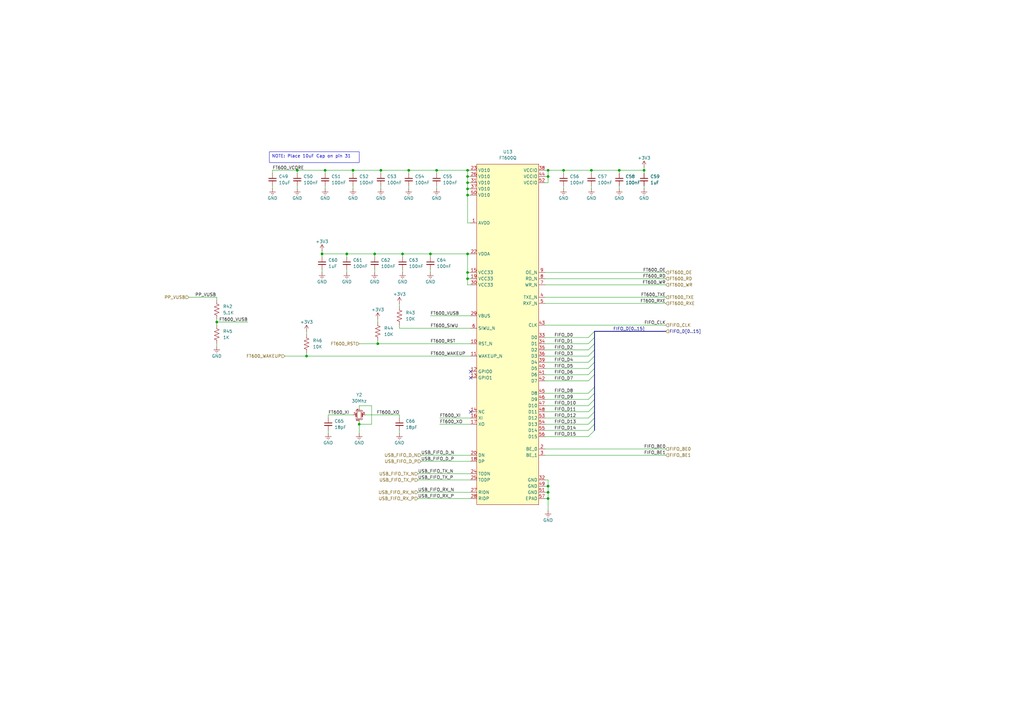
<source format=kicad_sch>
(kicad_sch (version 20231120) (generator "eeschema") (generator_version "8.0")
  (paper "A3")
  (title_block (title "USB-FIFO") (date "2024-07-14") (rev "1.0") (company "Drexel University") (comment 1 "Designed by John Hofmeyr"))
  (lib_symbols
    (symbol "Device:C_Small" (pin_numbers hide) (pin_names (offset 0.254) hide)
      (property "Reference" "C" (at 0.254 1.778 0))
      (property "Value" "C_Small" (at 0.254 -2.032 0))
      (symbol "C_Small_0_1"
        (polyline (pts (xy -1.524 -0.508) (xy 1.524 -0.508)) (stroke (width 0.3302)))
        (polyline (pts (xy -1.524 0.508) (xy 1.524 0.508)) (stroke (width 0.3048)))
      )
      (symbol "C_Small_1_1"
        (pin passive line (at 0 2.54 270) (length 2.032) (name "~") (number "1"))
        (pin passive line (at 0 -2.54 90) (length 2.032) (name "~") (number "2"))
      )
    )
    (symbol "Device:Crystal_GND24_Small" (pin_names (offset 1.016) hide)
      (property "Reference" "Y" (at 1.27 4.445 0))
      (property "Value" "Crystal_GND24_Small" (at 1.27 2.54 0))
      (symbol "Crystal_GND24_Small_0_1"
        (rectangle (start -0.762 -1.524) (end 0.762 1.524))
        (polyline (pts (xy -1.27 -0.762) (xy -1.27 0.762)) (stroke (width 0.381)))
        (polyline (pts (xy 1.27 -0.762) (xy 1.27 0.762)) (stroke (width 0.381)))
        (polyline (pts (xy -1.27 -1.27) (xy -1.27 -1.905) (xy 1.27 -1.905) (xy 1.27 -1.27)))
        (polyline (pts (xy -1.27 1.27) (xy -1.27 1.905) (xy 1.27 1.905) (xy 1.27 1.27)))
      )
      (symbol "Crystal_GND24_Small_1_1"
        (pin passive line (at -2.54 0 0) (length 1.27) (name "1") (number "1"))
        (pin passive line (at 0 -2.54 90) (length 0.635) (name "2") (number "2"))
        (pin passive line (at 2.54 0 180) (length 1.27) (name "3") (number "3"))
        (pin passive line (at 0 2.54 270) (length 0.635) (name "4") (number "4"))
      )
    )
    (symbol "Device:R_US" (pin_numbers hide) (pin_names (offset 0))
      (property "Reference" "R" (at 2.54 0 90))
      (property "Value" "R_US" (at -2.54 0 90))
      (symbol "R_US_0_1"
        (polyline (pts (xy 0 -2.286) (xy 0 -2.54)))
        (polyline (pts (xy 0 2.286) (xy 0 2.54)))
        (polyline (pts (xy 0 -0.762) (xy 1.016 -1.143) (xy 0 -1.524) (xy -1.016 -1.905) (xy 0 -2.286)))
        (polyline (pts (xy 0 0.762) (xy 1.016 0.381) (xy 0 0) (xy -1.016 -0.381) (xy 0 -0.762)))
        (polyline (pts (xy 0 2.286) (xy 1.016 1.905) (xy 0 1.524) (xy -1.016 1.143) (xy 0 0.762)))
      )
      (symbol "R_US_1_1"
        (pin passive line (at 0 3.81 270) (length 1.27) (name "~") (number "1"))
        (pin passive line (at 0 -3.81 90) (length 1.27) (name "~") (number "2"))
      )
    )
    (symbol "IO_Module:FT600Q"
      (property "Reference" "U" (at 12.7 3.81 0))
      (property "Value" "FT600Q" (at 12.7 1.27 0))
      (symbol "FT600Q_1_1"
        (rectangle (start 0 0) (end 25.4 -139.7) (fill (type background)))
        (pin passive line (at -2.54 -24.13 0) (length 2.54) (name "AVDD") (number "1"))
        (pin passive line (at -2.54 -73.66 0) (length 2.54) (name "RST_N") (number "10"))
        (pin passive line (at -2.54 -78.74 0) (length 2.54) (name "WAKEUP_N") (number "11"))
        (pin passive line (at -2.54 -85.09 0) (length 2.54) (name "GPIO0") (number "12"))
        (pin passive line (at -2.54 -87.63 0) (length 2.54) (name "GPIO1") (number "13"))
        (pin passive line (at -2.54 -101.6 0) (length 2.54) (name "NC") (number "14"))
        (pin passive line (at -2.54 -44.45 0) (length 2.54) (name "VCC33") (number "15"))
        (pin passive line (at -2.54 -104.14 0) (length 2.54) (name "XI") (number "16"))
        (pin passive line (at -2.54 -106.68 0) (length 2.54) (name "XO") (number "17"))
        (pin passive line (at -2.54 -121.92 0) (length 2.54) (name "DP") (number "18"))
        (pin passive line (at -2.54 -46.99 0) (length 2.54) (name "VCC33") (number "19"))
        (pin passive line (at 27.94 -116.84 180) (length 2.54) (name "BE_0") (number "2"))
        (pin passive line (at -2.54 -119.38 0) (length 2.54) (name "DN") (number "20"))
        (pin passive line (at -2.54 -36.83 0) (length 2.54) (name "VDDA") (number "22"))
        (pin passive line (at -2.54 -2.54 0) (length 2.54) (name "VD10") (number "23"))
        (pin passive line (at -2.54 -127 0) (length 2.54) (name "TODN") (number "24"))
        (pin passive line (at -2.54 -129.54 0) (length 2.54) (name "TODP") (number "25"))
        (pin passive line (at -2.54 -5.08 0) (length 2.54) (name "VD10") (number "26"))
        (pin passive line (at -2.54 -134.62 0) (length 2.54) (name "RIDN") (number "27"))
        (pin passive line (at -2.54 -137.16 0) (length 2.54) (name "RIDP") (number "28"))
        (pin passive line (at -2.54 -62.23 0) (length 2.54) (name "VBUS") (number "29"))
        (pin passive line (at 27.94 -119.38 180) (length 2.54) (name "BE_1") (number "3"))
        (pin passive line (at -2.54 -49.53 0) (length 2.54) (name "VCC33") (number "30"))
        (pin passive line (at -2.54 -7.62 0) (length 2.54) (name "VD10") (number "31"))
        (pin passive line (at 27.94 -129.54 180) (length 2.54) (name "GND") (number "32"))
        (pin passive line (at 27.94 -71.12 180) (length 2.54) (name "D0") (number "33"))
        (pin passive line (at 27.94 -73.66 180) (length 2.54) (name "D1") (number "34"))
        (pin passive line (at 27.94 -76.2 180) (length 2.54) (name "D2") (number "35"))
        (pin passive line (at 27.94 -78.74 180) (length 2.54) (name "D3") (number "36"))
        (pin passive line (at -2.54 -10.16 0) (length 2.54) (name "VD10") (number "37"))
        (pin passive line (at 27.94 -2.54 180) (length 2.54) (name "VCCIO") (number "38"))
        (pin passive line (at 27.94 -81.28 180) (length 2.54) (name "D4") (number "39"))
        (pin passive line (at 27.94 -54.61 180) (length 2.54) (name "TXE_N") (number "4"))
        (pin passive line (at 27.94 -83.82 180) (length 2.54) (name "D5") (number "40"))
        (pin passive line (at 27.94 -86.36 180) (length 2.54) (name "D6") (number "41"))
        (pin passive line (at 27.94 -88.9 180) (length 2.54) (name "D7") (number "42"))
        (pin passive line (at 27.94 -66.04 180) (length 2.54) (name "CLK") (number "43"))
        (pin passive line (at 27.94 -5.08 180) (length 2.54) (name "VCCIO") (number "44"))
        (pin passive line (at 27.94 -93.98 180) (length 2.54) (name "D8") (number "45"))
        (pin passive line (at 27.94 -96.52 180) (length 2.54) (name "D9") (number "46"))
        (pin passive line (at 27.94 -99.06 180) (length 2.54) (name "D10") (number "47"))
        (pin passive line (at 27.94 -101.6 180) (length 2.54) (name "D11") (number "48"))
        (pin passive line (at 27.94 -132.08 180) (length 2.54) (name "GND") (number "49"))
        (pin passive line (at 27.94 -57.15 180) (length 2.54) (name "RXF_N") (number "5"))
        (pin passive line (at -2.54 -12.7 0) (length 2.54) (name "VD10") (number "50"))
        (pin passive line (at 27.94 -134.62 180) (length 2.54) (name "GND") (number "51"))
        (pin passive line (at 27.94 -7.62 180) (length 2.54) (name "VCCIO") (number "52"))
        (pin passive line (at 27.94 -104.14 180) (length 2.54) (name "D12") (number "53"))
        (pin passive line (at 27.94 -106.68 180) (length 2.54) (name "D13") (number "54"))
        (pin passive line (at 27.94 -109.22 180) (length 2.54) (name "D14") (number "55"))
        (pin passive line (at 27.94 -111.76 180) (length 2.54) (name "D15") (number "56"))
        (pin passive line (at 27.94 -137.16 180) (length 2.54) (name "EPAD") (number "57"))
        (pin passive line (at -2.54 -67.31 0) (length 2.54) (name "SIWU_N") (number "6"))
        (pin passive line (at 27.94 -49.53 180) (length 2.54) (name "WR_N") (number "7"))
        (pin passive line (at 27.94 -46.99 180) (length 2.54) (name "RD_N") (number "8"))
        (pin passive line (at 27.94 -44.45 180) (length 2.54) (name "OE_N") (number "9"))
      )
    )
    (symbol "power:+3V3" (power) (pin_numbers hide) (pin_names (offset 0) hide)
      (property "Value" "+3V3" (at 0 3.556 0))
      (symbol "+3V3_0_1"
        (polyline (pts (xy -0.762 1.27) (xy 0 2.54)))
        (polyline (pts (xy 0 0) (xy 0 2.54)))
        (polyline (pts (xy 0 2.54) (xy 0.762 1.27)))
      )
      (symbol "+3V3_1_1"
        (pin power_in line (at 0 0 90) (length 0) (name "~") (number "1"))
      )
    )
    (symbol "power:GND" (power) (pin_numbers hide) (pin_names (offset 0) hide)
      (property "Value" "GND" (at 0 -3.81 0))
      (symbol "GND_0_1"
        (polyline (pts (xy -0.635 -1.905) (xy 0.635 -1.905)))
        (polyline (pts (xy -0.127 -2.54) (xy 0.127 -2.54)))
        (polyline (pts (xy 0 -1.27) (xy 0 0)))
        (polyline (pts (xy 1.27 -1.27) (xy -1.27 -1.27)))
      )
      (symbol "GND_1_1"
        (pin power_in line (at 0 0 270) (length 0) (name "~") (number "1"))
      )
    )
  )
  (junction (at 167.64 69.85))
  (junction (at 142.24 104.14))
  (junction (at 88.9 132.08))
  (junction (at 121.92 69.85))
  (junction (at 191.77 80.01))
  (junction (at 224.79 199.39))
  (junction (at 191.77 72.39))
  (junction (at 191.77 77.47))
  (junction (at 264.16 69.85))
  (junction (at 191.77 69.85))
  (junction (at 144.78 69.85))
  (junction (at 224.79 72.39))
  (junction (at 133.35 69.85))
  (junction (at 224.79 204.47))
  (junction (at 191.77 114.3))
  (junction (at 154.94 140.97))
  (junction (at 224.79 201.93))
  (junction (at 156.21 69.85))
  (junction (at 191.77 74.93))
  (junction (at 254 69.85))
  (junction (at 179.07 69.85))
  (junction (at 224.79 69.85))
  (junction (at 191.77 111.76))
  (junction (at 242.57 69.85))
  (junction (at 231.14 69.85))
  (junction (at 176.53 104.14))
  (junction (at 147.32 173.99))
  (junction (at 132.08 104.14))
  (junction (at 125.73 146.05))
  (junction (at 191.77 104.14))
  (junction (at 165.1 104.14))
  (junction (at 153.67 104.14))
  (no_connect (at 193.04 152.4))
  (no_connect (at 193.04 168.91))
  (no_connect (at 193.04 154.94))
  (bus_entry (at 241.3 138.43) (size 2.54 -2.54))
  (bus_entry (at 241.3 148.59) (size 2.54 -2.54))
  (bus_entry (at 241.3 140.97) (size 2.54 -2.54))
  (bus_entry (at 241.3 168.91) (size 2.54 -2.54))
  (bus_entry (at 241.3 161.29) (size 2.54 -2.54))
  (bus_entry (at 241.3 146.05) (size 2.54 -2.54))
  (bus_entry (at 241.3 179.07) (size 2.54 -2.54))
  (bus_entry (at 241.3 151.13) (size 2.54 -2.54))
  (bus_entry (at 241.3 163.83) (size 2.54 -2.54))
  (bus_entry (at 241.3 156.21) (size 2.54 -2.54))
  (bus_entry (at 241.3 153.67) (size 2.54 -2.54))
  (bus_entry (at 241.3 171.45) (size 2.54 -2.54))
  (bus_entry (at 241.3 143.51) (size 2.54 -2.54))
  (bus_entry (at 241.3 173.99) (size 2.54 -2.54))
  (bus_entry (at 241.3 176.53) (size 2.54 -2.54))
  (bus_entry (at 241.3 166.37) (size 2.54 -2.54))
  (wire (pts (xy 224.79 204.47) (xy 223.52 204.47)))
  (bus (pts (xy 243.84 151.13) (xy 243.84 148.59)))
  (wire (pts (xy 223.52 179.07) (xy 241.3 179.07)))
  (wire (pts (xy 134.62 176.53) (xy 134.62 177.8)))
  (wire (pts (xy 223.52 121.92) (xy 273.05 121.92)))
  (wire (pts (xy 191.77 111.76) (xy 191.77 114.3)))
  (wire (pts (xy 163.83 134.62) (xy 193.04 134.62)))
  (bus (pts (xy 243.84 163.83) (xy 243.84 161.29)))
  (wire (pts (xy 231.14 76.2) (xy 231.14 77.47)))
  (wire (pts (xy 167.64 69.85) (xy 179.07 69.85)))
  (wire (pts (xy 153.67 104.14) (xy 165.1 104.14)))
  (wire (pts (xy 147.32 167.64) (xy 147.32 166.37)))
  (wire (pts (xy 111.76 69.85) (xy 121.92 69.85)))
  (bus (pts (xy 243.84 176.53) (xy 243.84 173.99)))
  (wire (pts (xy 134.62 170.18) (xy 144.78 170.18)))
  (wire (pts (xy 156.21 76.2) (xy 156.21 77.47)))
  (wire (pts (xy 88.9 140.97) (xy 88.9 142.24)))
  (wire (pts (xy 176.53 129.54) (xy 193.04 129.54)))
  (wire (pts (xy 147.32 166.37) (xy 152.4 166.37)))
  (wire (pts (xy 191.77 114.3) (xy 191.77 116.84)))
  (wire (pts (xy 154.94 130.81) (xy 154.94 132.08)))
  (wire (pts (xy 223.52 133.35) (xy 273.05 133.35)))
  (wire (pts (xy 154.94 140.97) (xy 193.04 140.97)))
  (wire (pts (xy 77.47 121.92) (xy 88.9 121.92)))
  (wire (pts (xy 144.78 76.2) (xy 144.78 77.47)))
  (wire (pts (xy 163.83 124.46) (xy 163.83 125.73)))
  (wire (pts (xy 121.92 76.2) (xy 121.92 77.47)))
  (wire (pts (xy 242.57 76.2) (xy 242.57 77.47)))
  (wire (pts (xy 223.52 161.29) (xy 241.3 161.29)))
  (wire (pts (xy 224.79 201.93) (xy 223.52 201.93)))
  (wire (pts (xy 254 76.2) (xy 254 77.47)))
  (wire (pts (xy 223.52 124.46) (xy 273.05 124.46)))
  (bus (pts (xy 243.84 148.59) (xy 243.84 146.05)))
  (wire (pts (xy 179.07 71.12) (xy 179.07 69.85)))
  (wire (pts (xy 223.52 143.51) (xy 241.3 143.51)))
  (bus (pts (xy 243.84 146.05) (xy 243.84 143.51)))
  (wire (pts (xy 242.57 69.85) (xy 254 69.85)))
  (wire (pts (xy 144.78 69.85) (xy 156.21 69.85)))
  (wire (pts (xy 125.73 146.05) (xy 193.04 146.05)))
  (wire (pts (xy 223.52 153.67) (xy 241.3 153.67)))
  (bus (pts (xy 243.84 138.43) (xy 243.84 135.89)))
  (wire (pts (xy 223.52 148.59) (xy 241.3 148.59)))
  (wire (pts (xy 193.04 91.44) (xy 191.77 91.44)))
  (wire (pts (xy 125.73 135.89) (xy 125.73 137.16)))
  (wire (pts (xy 133.35 69.85) (xy 144.78 69.85)))
  (wire (pts (xy 224.79 201.93) (xy 224.79 204.47)))
  (wire (pts (xy 223.52 140.97) (xy 241.3 140.97)))
  (wire (pts (xy 144.78 71.12) (xy 144.78 69.85)))
  (wire (pts (xy 171.45 201.93) (xy 193.04 201.93)))
  (wire (pts (xy 88.9 132.08) (xy 101.6 132.08)))
  (wire (pts (xy 88.9 132.08) (xy 88.9 133.35)))
  (wire (pts (xy 191.77 77.47) (xy 191.77 80.01)))
  (wire (pts (xy 163.83 170.18) (xy 163.83 171.45)))
  (wire (pts (xy 154.94 140.97) (xy 154.94 139.7)))
  (bus (pts (xy 243.84 166.37) (xy 243.84 163.83)))
  (wire (pts (xy 191.77 74.93) (xy 191.77 77.47)))
  (wire (pts (xy 254 69.85) (xy 264.16 69.85)))
  (wire (pts (xy 88.9 123.19) (xy 88.9 121.92)))
  (wire (pts (xy 224.79 69.85) (xy 231.14 69.85)))
  (wire (pts (xy 223.52 186.69) (xy 273.05 186.69)))
  (wire (pts (xy 132.08 102.87) (xy 132.08 104.14)))
  (bus (pts (xy 243.84 140.97) (xy 243.84 138.43)))
  (wire (pts (xy 165.1 104.14) (xy 176.53 104.14)))
  (wire (pts (xy 264.16 71.12) (xy 264.16 69.85)))
  (wire (pts (xy 163.83 176.53) (xy 163.83 177.8)))
  (wire (pts (xy 224.79 74.93) (xy 223.52 74.93)))
  (wire (pts (xy 223.52 173.99) (xy 241.3 173.99)))
  (wire (pts (xy 264.16 76.2) (xy 264.16 77.47)))
  (wire (pts (xy 191.77 111.76) (xy 191.77 104.14)))
  (wire (pts (xy 254 71.12) (xy 254 69.85)))
  (wire (pts (xy 153.67 105.41) (xy 153.67 104.14)))
  (wire (pts (xy 193.04 186.69) (xy 172.72 186.69)))
  (wire (pts (xy 223.52 146.05) (xy 241.3 146.05)))
  (wire (pts (xy 121.92 69.85) (xy 133.35 69.85)))
  (wire (pts (xy 180.34 173.99) (xy 193.04 173.99)))
  (wire (pts (xy 179.07 69.85) (xy 191.77 69.85)))
  (wire (pts (xy 176.53 110.49) (xy 176.53 111.76)))
  (wire (pts (xy 223.52 151.13) (xy 241.3 151.13)))
  (wire (pts (xy 264.16 68.58) (xy 264.16 69.85)))
  (wire (pts (xy 142.24 110.49) (xy 142.24 111.76)))
  (wire (pts (xy 121.92 71.12) (xy 121.92 69.85)))
  (wire (pts (xy 163.83 134.62) (xy 163.83 133.35)))
  (bus (pts (xy 243.84 158.75) (xy 243.84 153.67)))
  (wire (pts (xy 224.79 199.39) (xy 223.52 199.39)))
  (wire (pts (xy 224.79 72.39) (xy 224.79 74.93)))
  (bus (pts (xy 243.84 153.67) (xy 243.84 151.13)))
  (wire (pts (xy 191.77 72.39) (xy 193.04 72.39)))
  (wire (pts (xy 142.24 104.14) (xy 153.67 104.14)))
  (wire (pts (xy 191.77 91.44) (xy 191.77 80.01)))
  (bus (pts (xy 243.84 135.89) (xy 273.05 135.89)))
  (wire (pts (xy 223.52 176.53) (xy 241.3 176.53)))
  (wire (pts (xy 133.35 71.12) (xy 133.35 69.85)))
  (wire (pts (xy 134.62 170.18) (xy 134.62 171.45)))
  (wire (pts (xy 149.86 170.18) (xy 163.83 170.18)))
  (wire (pts (xy 223.52 156.21) (xy 241.3 156.21)))
  (wire (pts (xy 223.52 111.76) (xy 273.05 111.76)))
  (wire (pts (xy 223.52 116.84) (xy 273.05 116.84)))
  (wire (pts (xy 142.24 105.41) (xy 142.24 104.14)))
  (wire (pts (xy 223.52 184.15) (xy 273.05 184.15)))
  (wire (pts (xy 223.52 138.43) (xy 241.3 138.43)))
  (wire (pts (xy 147.32 173.99) (xy 147.32 172.72)))
  (wire (pts (xy 116.84 146.05) (xy 125.73 146.05)))
  (wire (pts (xy 191.77 80.01) (xy 193.04 80.01)))
  (wire (pts (xy 147.32 140.97) (xy 154.94 140.97)))
  (wire (pts (xy 224.79 69.85) (xy 223.52 69.85)))
  (wire (pts (xy 224.79 204.47) (xy 224.79 209.55)))
  (bus (pts (xy 243.84 143.51) (xy 243.84 140.97)))
  (wire (pts (xy 111.76 76.2) (xy 111.76 77.47)))
  (wire (pts (xy 224.79 196.85) (xy 224.79 199.39)))
  (wire (pts (xy 156.21 71.12) (xy 156.21 69.85)))
  (wire (pts (xy 132.08 110.49) (xy 132.08 111.76)))
  (wire (pts (xy 125.73 146.05) (xy 125.73 144.78)))
  (wire (pts (xy 111.76 71.12) (xy 111.76 69.85)))
  (wire (pts (xy 167.64 71.12) (xy 167.64 69.85)))
  (wire (pts (xy 191.77 77.47) (xy 193.04 77.47)))
  (wire (pts (xy 231.14 69.85) (xy 242.57 69.85)))
  (wire (pts (xy 133.35 76.2) (xy 133.35 77.47)))
  (wire (pts (xy 152.4 173.99) (xy 147.32 173.99)))
  (wire (pts (xy 132.08 104.14) (xy 142.24 104.14)))
  (wire (pts (xy 147.32 173.99) (xy 147.32 177.8)))
  (wire (pts (xy 165.1 110.49) (xy 165.1 111.76)))
  (wire (pts (xy 223.52 163.83) (xy 241.3 163.83)))
  (wire (pts (xy 191.77 69.85) (xy 191.77 72.39)))
  (wire (pts (xy 152.4 166.37) (xy 152.4 173.99)))
  (wire (pts (xy 224.79 199.39) (xy 224.79 201.93)))
  (wire (pts (xy 242.57 71.12) (xy 242.57 69.85)))
  (bus (pts (xy 243.84 168.91) (xy 243.84 166.37)))
  (bus (pts (xy 243.84 161.29) (xy 243.84 158.75)))
  (wire (pts (xy 176.53 105.41) (xy 176.53 104.14)))
  (wire (pts (xy 191.77 72.39) (xy 191.77 74.93)))
  (wire (pts (xy 191.77 69.85) (xy 193.04 69.85)))
  (wire (pts (xy 191.77 104.14) (xy 193.04 104.14)))
  (wire (pts (xy 223.52 114.3) (xy 273.05 114.3)))
  (wire (pts (xy 193.04 196.85) (xy 171.45 196.85)))
  (wire (pts (xy 191.77 114.3) (xy 193.04 114.3)))
  (wire (pts (xy 156.21 69.85) (xy 167.64 69.85)))
  (wire (pts (xy 224.79 69.85) (xy 224.79 72.39)))
  (wire (pts (xy 132.08 105.41) (xy 132.08 104.14)))
  (wire (pts (xy 191.77 116.84) (xy 193.04 116.84)))
  (bus (pts (xy 243.84 171.45) (xy 243.84 168.91)))
  (wire (pts (xy 191.77 74.93) (xy 193.04 74.93)))
  (wire (pts (xy 171.45 204.47) (xy 193.04 204.47)))
  (wire (pts (xy 223.52 171.45) (xy 241.3 171.45)))
  (wire (pts (xy 224.79 196.85) (xy 223.52 196.85)))
  (bus (pts (xy 243.84 173.99) (xy 243.84 171.45)))
  (wire (pts (xy 193.04 189.23) (xy 172.72 189.23)))
  (wire (pts (xy 223.52 166.37) (xy 241.3 166.37)))
  (wire (pts (xy 153.67 110.49) (xy 153.67 111.76)))
  (wire (pts (xy 167.64 76.2) (xy 167.64 77.47)))
  (wire (pts (xy 193.04 194.31) (xy 171.45 194.31)))
  (wire (pts (xy 88.9 130.81) (xy 88.9 132.08)))
  (wire (pts (xy 223.52 168.91) (xy 241.3 168.91)))
  (wire (pts (xy 165.1 105.41) (xy 165.1 104.14)))
  (wire (pts (xy 224.79 72.39) (xy 223.52 72.39)))
  (wire (pts (xy 191.77 111.76) (xy 193.04 111.76)))
  (wire (pts (xy 231.14 71.12) (xy 231.14 69.85)))
  (wire (pts (xy 176.53 104.14) (xy 191.77 104.14)))
  (wire (pts (xy 179.07 76.2) (xy 179.07 77.47)))
  (wire (pts (xy 180.34 171.45) (xy 193.04 171.45)))
  (text_box "NOTE: Place 10uF Cap on pin 31" (at 110.49 62.23 0) (size 36.83 4.445) (effects (font (size 1.27 1.27)) (justify left top)))
  (label "FT600_RD" (at 273.05 114.3 180))
  (label "FIFO_CLK" (at 273.05 133.35 180))
  (label "FIFO_BE1" (at 273.05 186.69 180))
  (label "USB_FIFO_TX_N" (at 171.45 194.31 0))
  (label "FIFO_D12" (at 227.33 171.45 0))
  (label "FT600_OE" (at 273.05 111.76 180))
  (label "USB_FIFO_D_P" (at 172.72 189.23 0))
  (label "USB_FIFO_D_N" (at 172.72 186.69 0))
  (label "FIFO_D1" (at 227.33 140.97 0))
  (label "FIFO_D7" (at 227.33 156.21 0))
  (label "FIFO_D14" (at 227.33 176.53 0))
  (label "FT600_VUSB" (at 176.53 129.54 0))
  (label "FIFO_D2" (at 227.33 143.51 0))
  (label "FT600_RXE" (at 273.05 124.46 180))
  (label "FT600_XO" (at 163.83 170.18 180))
  (label "FIFO_D15" (at 227.33 179.07 0))
  (label "FIFO_D11" (at 227.33 168.91 0))
  (label "FT600_XI" (at 180.34 171.45 0))
  (label "USB_FIFO_RX_N" (at 171.45 201.93 0))
  (label "FIFO_D8" (at 227.33 161.29 0))
  (label "FIFO_D3" (at 227.33 146.05 0))
  (label "PP_VUSB" (at 80.01 121.92 0))
  (label "FIFO_D0" (at 227.33 138.43 0))
  (label "FT600_RST" (at 176.53 140.97 0))
  (label "FT600_XO" (at 180.34 173.99 0))
  (label "FIFO_D10" (at 227.33 166.37 0))
  (label "FIFO_D6" (at 227.33 153.67 0))
  (label "FIFO_D4" (at 227.33 148.59 0))
  (label "USB_FIFO_RX_P" (at 171.45 204.47 0))
  (label "FIFO_D9" (at 227.33 163.83 0))
  (label "FIFO_D13" (at 227.33 173.99 0))
  (label "FT600_SIWU" (at 176.53 134.62 0))
  (label "FIFO_D[0..15]" (at 251.46 135.89 0))
  (label "FIFO_BE0" (at 273.05 184.15 180))
  (label "FT600_XI" (at 134.62 170.18 0))
  (label "FIFO_D5" (at 227.33 151.13 0))
  (label "FT600_WAKEUP" (at 176.53 146.05 0))
  (label "FT600_WR" (at 273.05 116.84 180))
  (label "FT600_TXE" (at 273.05 121.92 180))
  (label "USB_FIFO_TX_P" (at 171.45 196.85 0))
  (label "FT600_VUSB" (at 101.6 132.08 180))
  (label "FT600_VCORE" (at 111.76 69.85 0))
  (hierarchical_label "FT600_WR" (shape input) (at 273.05 116.84 0))
  (hierarchical_label "USB_FIFO_RX_N" (shape input) (at 171.45 201.93 180))
  (hierarchical_label "FIFO_BE0" (shape input) (at 273.05 184.15 0))
  (hierarchical_label "FT600_RXE" (shape input) (at 273.05 124.46 0))
  (hierarchical_label "FIFO_D[0..15]" (shape input) (at 273.05 135.89 0))
  (hierarchical_label "FIFO_CLK" (shape input) (at 273.05 133.35 0))
  (hierarchical_label "FT600_WAKEUP" (shape input) (at 116.84 146.05 180))
  (hierarchical_label "PP_VUSB" (shape input) (at 77.47 121.92 180))
  (hierarchical_label "USB_FIFO_RX_P" (shape input) (at 171.45 204.47 180))
  (hierarchical_label "FIFO_BE1" (shape input) (at 273.05 186.69 0))
  (hierarchical_label "USB_FIFO_TX_P" (shape input) (at 171.45 196.85 180))
  (hierarchical_label "USB_FIFO_TX_N" (shape input) (at 171.45 194.31 180))
  (hierarchical_label "USB_FIFO_D_P" (shape input) (at 172.72 189.23 180))
  (hierarchical_label "USB_FIFO_D_N" (shape input) (at 172.72 186.69 180))
  (hierarchical_label "FT600_RD" (shape input) (at 273.05 114.3 0))
  (hierarchical_label "FT600_TXE" (shape input) (at 273.05 121.92 0))
  (hierarchical_label "FT600_RST" (shape input) (at 147.32 140.97 180))
  (hierarchical_label "FT600_OE" (shape input) (at 273.05 111.76 0))
  (symbol (lib_id "Device:R_US") (at 154.94 135.89 180) (unit 1)
    (property "Reference" "R44" (at 157.48 134.6199 0) (effects (justify right)))
    (property "Value" "10K" (at 157.48 137.1599 0) (effects (justify right)))
    (property "Footprint" "Resistor_SMD:R_0402_1005Metric" (effects (hide yes)))
    (property "Description" "Resistor, US symbol" (effects (hide yes)))
  )
  (symbol (lib_id "Device:C_Small") (at 167.64 73.66 0) (unit 1)
    (property "Reference" "C54" (at 170.18 72.3962 0) (effects (justify left)))
    (property "Value" "100nF" (at 170.18 74.9362 0) (effects (justify left)))
    (property "Footprint" "Capacitor_SMD:C_0402_1005Metric" (effects (hide yes)))
    (property "Description" "Unpolarized capacitor, small symbol" (effects (hide yes)))
  )
  (symbol (lib_id "Device:C_Small") (at 254 73.66 0) (unit 1)
    (property "Reference" "C58" (at 256.54 72.3962 0) (effects (justify left)))
    (property "Value" "100nF" (at 256.54 74.9362 0) (effects (justify left)))
    (property "Footprint" "Capacitor_SMD:C_0402_1005Metric" (effects (hide yes)))
    (property "Description" "Unpolarized capacitor, small symbol" (effects (hide yes)))
  )
  (symbol (lib_id "power:GND") (at 231.14 77.47 0) (mirror y) (unit 1)
    (property "Reference" "#PWR0122" (effects (hide yes)))
    (property "Value" "GND" (at 231.14 81.28 0))
    (property "Description" "Power symbol creates a global label with name \"GND\" , ground" (effects (hide yes)))
  )
  (symbol (lib_id "power:GND") (at 156.21 77.47 0) (unit 1)
    (property "Reference" "#PWR0119" (effects (hide yes)))
    (property "Value" "GND" (at 156.21 81.28 0))
    (property "Description" "Power symbol creates a global label with name \"GND\" , ground" (effects (hide yes)))
  )
  (symbol (lib_id "Device:C_Small") (at 144.78 73.66 0) (unit 1)
    (property "Reference" "C52" (at 147.32 72.3962 0) (effects (justify left)))
    (property "Value" "100nF" (at 147.32 74.9362 0) (effects (justify left)))
    (property "Footprint" "Capacitor_SMD:C_0402_1005Metric" (effects (hide yes)))
    (property "Description" "Unpolarized capacitor, small symbol" (effects (hide yes)))
  )
  (symbol (lib_id "Device:Crystal_GND24_Small") (at 147.32 170.18 0) (unit 1)
    (property "Reference" "Y2" (at 147.32 161.925 0))
    (property "Value" "30Mhz" (at 147.32 164.465 0))
    (property "Footprint" "Oscillator:Oscillator_SMD_Abracon_ASE-4Pin_3.2x2.5mm" (effects (hide yes)))
    (property "Datasheet" "https://abracon.com/Resonators/ABM8G.pdf" (effects (hide yes)))
    (property "Description" "Four pin crystal, GND on pins 2 and 4, small symbol" (effects (hide yes)))
  )
  (symbol (lib_id "Device:C_Small") (at 153.67 107.95 0) (unit 1)
    (property "Reference" "C62" (at 156.21 106.6862 0) (effects (justify left)))
    (property "Value" "100nF" (at 156.21 109.2262 0) (effects (justify left)))
    (property "Footprint" "Capacitor_SMD:C_0402_1005Metric" (effects (hide yes)))
    (property "Description" "Unpolarized capacitor, small symbol" (effects (hide yes)))
  )
  (symbol (lib_id "power:GND") (at 224.79 209.55 0) (unit 1)
    (property "Reference" "#PWR0139" (effects (hide yes)))
    (property "Value" "GND" (at 224.79 213.36 0))
    (property "Description" "Power symbol creates a global label with name \"GND\" , ground" (effects (hide yes)))
  )
  (symbol (lib_id "Device:C_Small") (at 176.53 107.95 0) (unit 1)
    (property "Reference" "C64" (at 179.07 106.6862 0) (effects (justify left)))
    (property "Value" "100nF" (at 179.07 109.2262 0) (effects (justify left)))
    (property "Footprint" "Capacitor_SMD:C_0402_1005Metric" (effects (hide yes)))
    (property "Description" "Unpolarized capacitor, small symbol" (effects (hide yes)))
  )
  (symbol (lib_id "power:GND") (at 132.08 111.76 0) (unit 1)
    (property "Reference" "#PWR0127" (effects (hide yes)))
    (property "Value" "GND" (at 132.08 115.57 0))
    (property "Description" "Power symbol creates a global label with name \"GND\" , ground" (effects (hide yes)))
  )
  (symbol (lib_id "IO_Module:FT600Q") (at 195.58 67.31 0) (unit 1)
    (property "Reference" "U13" (at 208.28 62.23 0))
    (property "Value" "FT600Q" (at 208.28 64.77 0))
    (property "Footprint" "Package_DFN_QFN:QFN-56-1EP_7x7mm_P0.4mm_EP4x4mm" (effects (hide yes)))
    (property "Datasheet" "https://ftdichip.com/wp-content/uploads/2020/07/DS_FT600Q-FT601Q-IC-Datasheet.pdf" (effects (hide yes)))
  )
  (symbol (lib_id "power:+3V3") (at 125.73 135.89 0) (unit 1)
    (property "Reference" "#PWR0134" (effects (hide yes)))
    (property "Value" "+3V3" (at 125.73 132.08 0))
    (property "Description" "Power symbol creates a global label with name \"+3V3\"" (effects (hide yes)))
  )
  (symbol (lib_id "power:GND") (at 179.07 77.47 0) (unit 1)
    (property "Reference" "#PWR0121" (effects (hide yes)))
    (property "Value" "GND" (at 179.07 81.28 0))
    (property "Description" "Power symbol creates a global label with name \"GND\" , ground" (effects (hide yes)))
  )
  (symbol (lib_id "Device:C_Small") (at 132.08 107.95 0) (unit 1)
    (property "Reference" "C60" (at 134.62 106.6862 0) (effects (justify left)))
    (property "Value" "1uF" (at 134.62 109.2262 0) (effects (justify left)))
    (property "Footprint" "Capacitor_SMD:C_0402_1005Metric" (effects (hide yes)))
    (property "Description" "Unpolarized capacitor, small symbol" (effects (hide yes)))
  )
  (symbol (lib_id "power:GND") (at 134.62 177.8 0) (unit 1)
    (property "Reference" "#PWR0136" (effects (hide yes)))
    (property "Value" "GND" (at 134.62 181.61 0))
    (property "Description" "Power symbol creates a global label with name \"GND\" , ground" (effects (hide yes)))
  )
  (symbol (lib_id "power:GND") (at 111.76 77.47 0) (unit 1)
    (property "Reference" "#PWR0115" (effects (hide yes)))
    (property "Value" "GND" (at 111.76 81.28 0))
    (property "Description" "Power symbol creates a global label with name \"GND\" , ground" (effects (hide yes)))
  )
  (symbol (lib_id "power:GND") (at 165.1 111.76 0) (unit 1)
    (property "Reference" "#PWR0130" (effects (hide yes)))
    (property "Value" "GND" (at 165.1 115.57 0))
    (property "Description" "Power symbol creates a global label with name \"GND\" , ground" (effects (hide yes)))
  )
  (symbol (lib_id "Device:C_Small") (at 163.83 173.99 0) (unit 1)
    (property "Reference" "C66" (at 166.37 172.7262 0) (effects (justify left)))
    (property "Value" "18pF" (at 166.37 175.2662 0) (effects (justify left)))
    (property "Footprint" "Capacitor_SMD:C_0402_1005Metric" (effects (hide yes)))
    (property "Description" "Unpolarized capacitor, small symbol" (effects (hide yes)))
  )
  (symbol (lib_id "power:GND") (at 147.32 177.8 0) (unit 1)
    (property "Reference" "#PWR0137" (effects (hide yes)))
    (property "Value" "GND" (at 147.32 181.61 0))
    (property "Description" "Power symbol creates a global label with name \"GND\" , ground" (effects (hide yes)))
  )
  (symbol (lib_id "Device:C_Small") (at 231.14 73.66 0) (unit 1)
    (property "Reference" "C56" (at 233.68 72.3962 0) (effects (justify left)))
    (property "Value" "100nF" (at 233.68 74.9362 0) (effects (justify left)))
    (property "Footprint" "Capacitor_SMD:C_0402_1005Metric" (effects (hide yes)))
    (property "Description" "Unpolarized capacitor, small symbol" (effects (hide yes)))
  )
  (symbol (lib_id "Device:R_US") (at 88.9 127 180) (unit 1)
    (property "Reference" "R42" (at 91.44 125.7299 0) (effects (justify right)))
    (property "Value" "5.1K" (at 91.44 128.2699 0) (effects (justify right)))
    (property "Footprint" "Resistor_SMD:R_0402_1005Metric" (effects (hide yes)))
    (property "Description" "Resistor, US symbol" (effects (hide yes)))
  )
  (symbol (lib_id "Device:C_Small") (at 111.76 73.66 0) (unit 1)
    (property "Reference" "C49" (at 114.3 72.3962 0) (effects (justify left)))
    (property "Value" "10uF" (at 114.3 74.9362 0) (effects (justify left)))
    (property "Footprint" "Capacitor_SMD:C_0603_1608Metric" (effects (hide yes)))
    (property "Description" "Unpolarized capacitor, small symbol" (effects (hide yes)))
  )
  (symbol (lib_id "Device:R_US") (at 163.83 129.54 180) (unit 1)
    (property "Reference" "R43" (at 166.37 128.2699 0) (effects (justify right)))
    (property "Value" "10K" (at 166.37 130.8099 0) (effects (justify right)))
    (property "Footprint" "Resistor_SMD:R_0402_1005Metric" (effects (hide yes)))
    (property "Description" "Resistor, US symbol" (effects (hide yes)))
  )
  (symbol (lib_id "power:GND") (at 121.92 77.47 0) (unit 1)
    (property "Reference" "#PWR0116" (effects (hide yes)))
    (property "Value" "GND" (at 121.92 81.28 0))
    (property "Description" "Power symbol creates a global label with name \"GND\" , ground" (effects (hide yes)))
  )
  (symbol (lib_id "power:GND") (at 264.16 77.47 0) (mirror y) (unit 1)
    (property "Reference" "#PWR0125" (effects (hide yes)))
    (property "Value" "GND" (at 264.16 81.28 0))
    (property "Description" "Power symbol creates a global label with name \"GND\" , ground" (effects (hide yes)))
  )
  (symbol (lib_id "Device:C_Small") (at 142.24 107.95 0) (unit 1)
    (property "Reference" "C61" (at 144.78 106.6862 0) (effects (justify left)))
    (property "Value" "100nF" (at 144.78 109.2262 0) (effects (justify left)))
    (property "Footprint" "Capacitor_SMD:C_0402_1005Metric" (effects (hide yes)))
    (property "Description" "Unpolarized capacitor, small symbol" (effects (hide yes)))
  )
  (symbol (lib_id "Device:C_Small") (at 134.62 173.99 0) (unit 1)
    (property "Reference" "C65" (at 137.16 172.7262 0) (effects (justify left)))
    (property "Value" "18pF" (at 137.16 175.2662 0) (effects (justify left)))
    (property "Footprint" "Capacitor_SMD:C_0402_1005Metric" (effects (hide yes)))
    (property "Description" "Unpolarized capacitor, small symbol" (effects (hide yes)))
  )
  (symbol (lib_id "Device:C_Small") (at 156.21 73.66 0) (unit 1)
    (property "Reference" "C53" (at 158.75 72.3962 0) (effects (justify left)))
    (property "Value" "100nF" (at 158.75 74.9362 0) (effects (justify left)))
    (property "Footprint" "Capacitor_SMD:C_0402_1005Metric" (effects (hide yes)))
    (property "Description" "Unpolarized capacitor, small symbol" (effects (hide yes)))
  )
  (symbol (lib_id "Device:C_Small") (at 121.92 73.66 0) (unit 1)
    (property "Reference" "C50" (at 124.46 72.3962 0) (effects (justify left)))
    (property "Value" "100nF" (at 124.46 74.9362 0) (effects (justify left)))
    (property "Footprint" "Capacitor_SMD:C_0402_1005Metric" (effects (hide yes)))
    (property "Description" "Unpolarized capacitor, small symbol" (effects (hide yes)))
  )
  (symbol (lib_id "Device:C_Small") (at 179.07 73.66 0) (unit 1)
    (property "Reference" "C55" (at 181.61 72.3962 0) (effects (justify left)))
    (property "Value" "100nF" (at 181.61 74.9362 0) (effects (justify left)))
    (property "Footprint" "Capacitor_SMD:C_0402_1005Metric" (effects (hide yes)))
    (property "Description" "Unpolarized capacitor, small symbol" (effects (hide yes)))
  )
  (symbol (lib_id "power:+3V3") (at 132.08 102.87 0) (unit 1)
    (property "Reference" "#PWR0126" (effects (hide yes)))
    (property "Value" "+3V3" (at 132.08 99.06 0))
    (property "Description" "Power symbol creates a global label with name \"+3V3\"" (effects (hide yes)))
  )
  (symbol (lib_id "power:+3V3") (at 163.83 124.46 0) (unit 1)
    (property "Reference" "#PWR0132" (effects (hide yes)))
    (property "Value" "+3V3" (at 163.83 120.65 0))
    (property "Description" "Power symbol creates a global label with name \"+3V3\"" (effects (hide yes)))
  )
  (symbol (lib_id "Device:R_US") (at 88.9 137.16 180) (unit 1)
    (property "Reference" "R45" (at 91.44 135.8899 0) (effects (justify right)))
    (property "Value" "1K" (at 91.44 138.4299 0) (effects (justify right)))
    (property "Footprint" "Resistor_SMD:R_0402_1005Metric" (effects (hide yes)))
    (property "Description" "Resistor, US symbol" (effects (hide yes)))
  )
  (symbol (lib_id "power:GND") (at 88.9 142.24 0) (unit 1)
    (property "Reference" "#PWR0135" (effects (hide yes)))
    (property "Value" "GND" (at 88.9 146.05 0))
    (property "Description" "Power symbol creates a global label with name \"GND\" , ground" (effects (hide yes)))
  )
  (symbol (lib_id "Device:C_Small") (at 242.57 73.66 0) (unit 1)
    (property "Reference" "C57" (at 245.11 72.3962 0) (effects (justify left)))
    (property "Value" "100nF" (at 245.11 74.9362 0) (effects (justify left)))
    (property "Footprint" "Capacitor_SMD:C_0402_1005Metric" (effects (hide yes)))
    (property "Description" "Unpolarized capacitor, small symbol" (effects (hide yes)))
  )
  (symbol (lib_id "power:GND") (at 144.78 77.47 0) (unit 1)
    (property "Reference" "#PWR0118" (effects (hide yes)))
    (property "Value" "GND" (at 144.78 81.28 0))
    (property "Description" "Power symbol creates a global label with name \"GND\" , ground" (effects (hide yes)))
  )
  (symbol (lib_id "power:GND") (at 254 77.47 0) (mirror y) (unit 1)
    (property "Reference" "#PWR0124" (effects (hide yes)))
    (property "Value" "GND" (at 254 81.28 0))
    (property "Description" "Power symbol creates a global label with name \"GND\" , ground" (effects (hide yes)))
  )
  (symbol (lib_id "power:GND") (at 142.24 111.76 0) (unit 1)
    (property "Reference" "#PWR0128" (effects (hide yes)))
    (property "Value" "GND" (at 142.24 115.57 0))
    (property "Description" "Power symbol creates a global label with name \"GND\" , ground" (effects (hide yes)))
  )
  (symbol (lib_id "power:GND") (at 242.57 77.47 0) (mirror y) (unit 1)
    (property "Reference" "#PWR0123" (effects (hide yes)))
    (property "Value" "GND" (at 242.57 81.28 0))
    (property "Description" "Power symbol creates a global label with name \"GND\" , ground" (effects (hide yes)))
  )
  (symbol (lib_id "power:GND") (at 176.53 111.76 0) (unit 1)
    (property "Reference" "#PWR0131" (effects (hide yes)))
    (property "Value" "GND" (at 176.53 115.57 0))
    (property "Description" "Power symbol creates a global label with name \"GND\" , ground" (effects (hide yes)))
  )
  (symbol (lib_id "Device:C_Small") (at 165.1 107.95 0) (unit 1)
    (property "Reference" "C63" (at 167.64 106.6862 0) (effects (justify left)))
    (property "Value" "100nF" (at 167.64 109.2262 0) (effects (justify left)))
    (property "Footprint" "Capacitor_SMD:C_0402_1005Metric" (effects (hide yes)))
    (property "Description" "Unpolarized capacitor, small symbol" (effects (hide yes)))
  )
  (symbol (lib_id "power:+3V3") (at 154.94 130.81 0) (unit 1)
    (property "Reference" "#PWR0133" (effects (hide yes)))
    (property "Value" "+3V3" (at 154.94 127 0))
    (property "Description" "Power symbol creates a global label with name \"+3V3\"" (effects (hide yes)))
  )
  (symbol (lib_id "power:GND") (at 163.83 177.8 0) (unit 1)
    (property "Reference" "#PWR0138" (effects (hide yes)))
    (property "Value" "GND" (at 163.83 181.61 0))
    (property "Description" "Power symbol creates a global label with name \"GND\" , ground" (effects (hide yes)))
  )
  (symbol (lib_id "power:GND") (at 153.67 111.76 0) (unit 1)
    (property "Reference" "#PWR0129" (effects (hide yes)))
    (property "Value" "GND" (at 153.67 115.57 0))
    (property "Description" "Power symbol creates a global label with name \"GND\" , ground" (effects (hide yes)))
  )
  (symbol (lib_id "power:+3V3") (at 264.16 68.58 0) (unit 1)
    (property "Reference" "#PWR0114" (effects (hide yes)))
    (property "Value" "+3V3" (at 264.16 64.77 0))
    (property "Description" "Power symbol creates a global label with name \"+3V3\"" (effects (hide yes)))
  )
  (symbol (lib_id "Device:R_US") (at 125.73 140.97 180) (unit 1)
    (property "Reference" "R46" (at 128.27 139.6999 0) (effects (justify right)))
    (property "Value" "10K" (at 128.27 142.2399 0) (effects (justify right)))
    (property "Footprint" "Resistor_SMD:R_0402_1005Metric" (effects (hide yes)))
    (property "Description" "Resistor, US symbol" (effects (hide yes)))
  )
  (symbol (lib_id "Device:C_Small") (at 133.35 73.66 0) (unit 1)
    (property "Reference" "C51" (at 135.89 72.3962 0) (effects (justify left)))
    (property "Value" "100nF" (at 135.89 74.9362 0) (effects (justify left)))
    (property "Footprint" "Capacitor_SMD:C_0402_1005Metric" (effects (hide yes)))
    (property "Description" "Unpolarized capacitor, small symbol" (effects (hide yes)))
  )
  (symbol (lib_id "power:GND") (at 133.35 77.47 0) (unit 1)
    (property "Reference" "#PWR0117" (effects (hide yes)))
    (property "Value" "GND" (at 133.35 81.28 0))
    (property "Description" "Power symbol creates a global label with name \"GND\" , ground" (effects (hide yes)))
  )
  (symbol (lib_id "power:GND") (at 167.64 77.47 0) (unit 1)
    (property "Reference" "#PWR0120" (effects (hide yes)))
    (property "Value" "GND" (at 167.64 81.28 0))
    (property "Description" "Power symbol creates a global label with name \"GND\" , ground" (effects (hide yes)))
  )
  (symbol (lib_id "Device:C_Small") (at 264.16 73.66 0) (unit 1)
    (property "Reference" "C59" (at 266.7 72.3962 0) (effects (justify left)))
    (property "Value" "1uF" (at 266.7 74.9362 0) (effects (justify left)))
    (property "Footprint" "Capacitor_SMD:C_0402_1005Metric" (effects (hide yes)))
    (property "Description" "Unpolarized capacitor, small symbol" (effects (hide yes)))
  )
)
</source>
